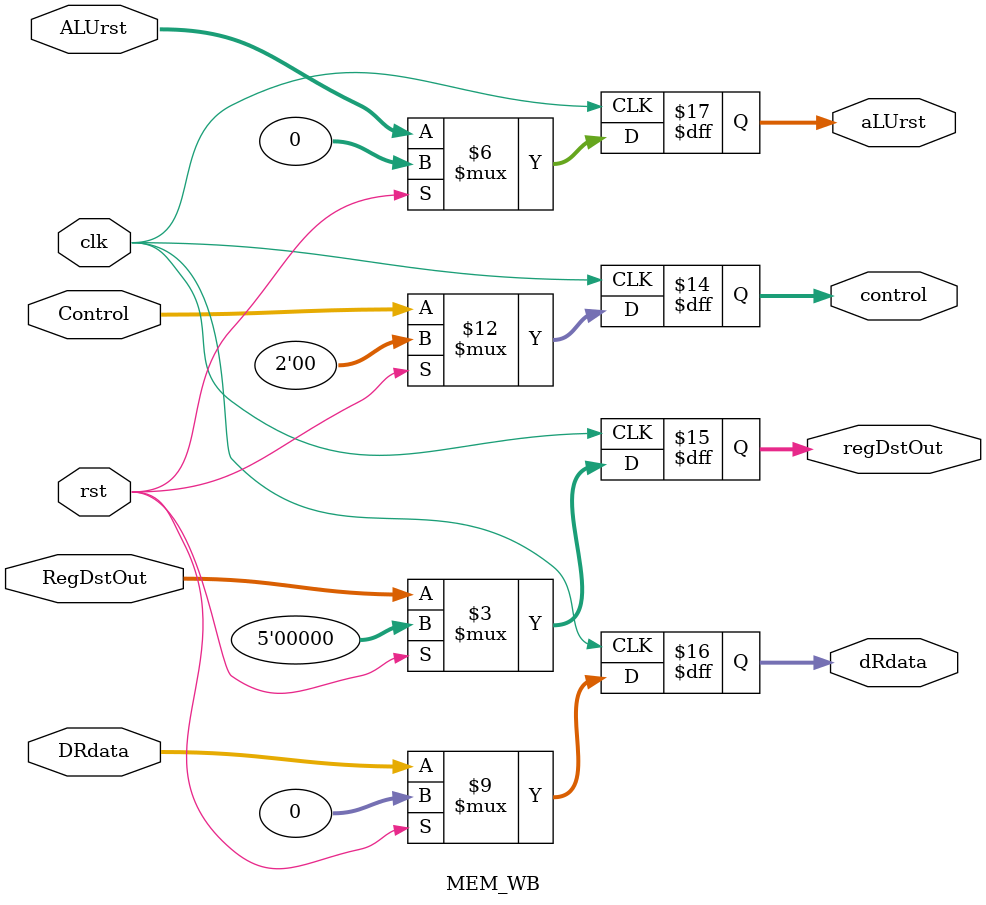
<source format=v>
module MEM_WB(
	clk, rst, 
	Control, 
	DRdata, ALUrst, 
	RegDstOut, 
	
	control, 
	dRdata, aLUrst, 
	regDstOut); 

input clk, rst;
input [0:1] Control; //RegWrite, MemToReg
input [31:0] DRdata, ALUrst;
input [4:0] RegDstOut;

output reg [0:1] control;
output reg [4:0] regDstOut;
output reg [31:0] dRdata, aLUrst;

always @ (posedge clk) begin
	if (rst) begin
		control <= 2'b00;
		dRdata <= 0;
		aLUrst <= 0;
		regDstOut <= 0;
	end
	else begin
		control <= Control;
		dRdata <= DRdata;
		aLUrst <= ALUrst;
		regDstOut <= RegDstOut;
	end
end

endmodule

</source>
